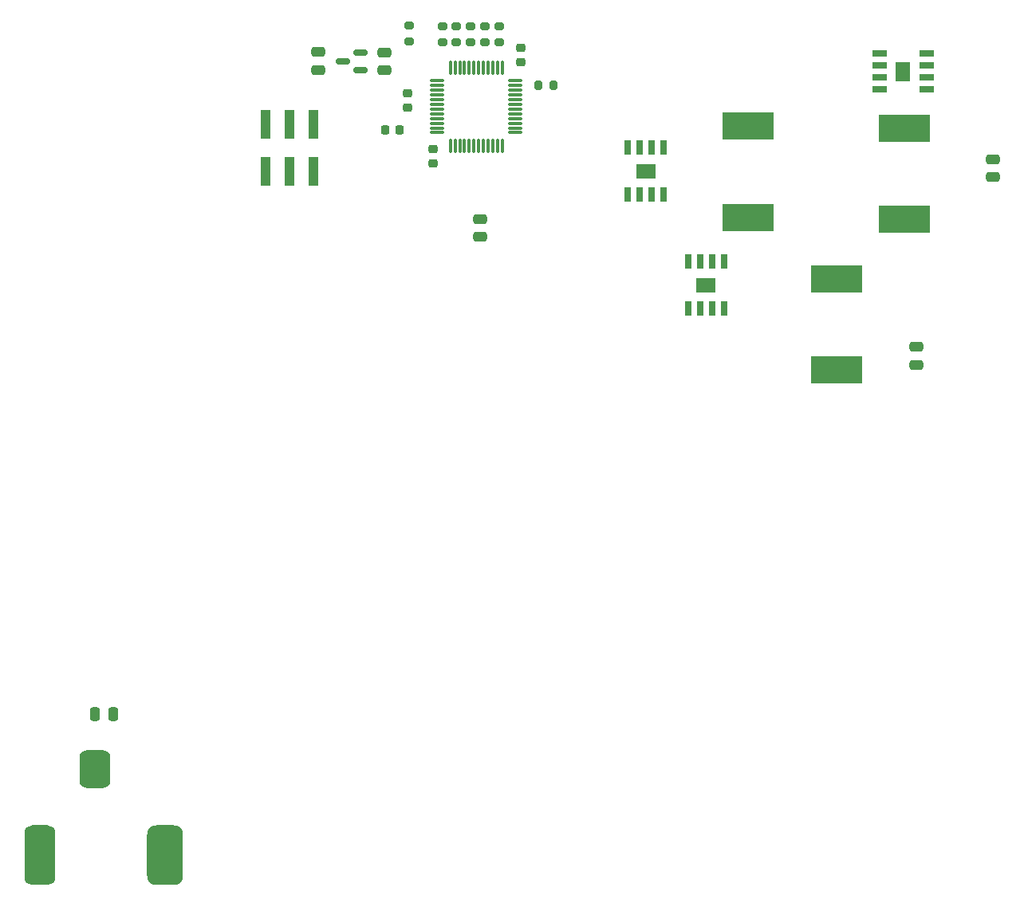
<source format=gbr>
%TF.GenerationSoftware,KiCad,Pcbnew,6.0.2+dfsg-1*%
%TF.CreationDate,2022-11-03T12:06:55-07:00*%
%TF.ProjectId,slot_track,736c6f74-5f74-4726-9163-6b2e6b696361,rev?*%
%TF.SameCoordinates,Original*%
%TF.FileFunction,Paste,Bot*%
%TF.FilePolarity,Positive*%
%FSLAX46Y46*%
G04 Gerber Fmt 4.6, Leading zero omitted, Abs format (unit mm)*
G04 Created by KiCad (PCBNEW 6.0.2+dfsg-1) date 2022-11-03 12:06:55*
%MOMM*%
%LPD*%
G01*
G04 APERTURE LIST*
G04 Aperture macros list*
%AMRoundRect*
0 Rectangle with rounded corners*
0 $1 Rounding radius*
0 $2 $3 $4 $5 $6 $7 $8 $9 X,Y pos of 4 corners*
0 Add a 4 corners polygon primitive as box body*
4,1,4,$2,$3,$4,$5,$6,$7,$8,$9,$2,$3,0*
0 Add four circle primitives for the rounded corners*
1,1,$1+$1,$2,$3*
1,1,$1+$1,$4,$5*
1,1,$1+$1,$6,$7*
1,1,$1+$1,$8,$9*
0 Add four rect primitives between the rounded corners*
20,1,$1+$1,$2,$3,$4,$5,0*
20,1,$1+$1,$4,$5,$6,$7,0*
20,1,$1+$1,$6,$7,$8,$9,0*
20,1,$1+$1,$8,$9,$2,$3,0*%
G04 Aperture macros list end*
%ADD10RoundRect,0.250000X-0.250000X-0.475000X0.250000X-0.475000X0.250000X0.475000X-0.250000X0.475000X0*%
%ADD11RoundRect,0.825000X0.825000X1.205000X-0.825000X1.205000X-0.825000X-1.205000X0.825000X-1.205000X0*%
%ADD12RoundRect,0.952500X0.952500X2.222500X-0.952500X2.222500X-0.952500X-2.222500X0.952500X-2.222500X0*%
%ADD13RoundRect,0.825000X0.825000X2.350000X-0.825000X2.350000X-0.825000X-2.350000X0.825000X-2.350000X0*%
%ADD14RoundRect,0.225000X-0.250000X0.225000X-0.250000X-0.225000X0.250000X-0.225000X0.250000X0.225000X0*%
%ADD15RoundRect,0.225000X0.250000X-0.225000X0.250000X0.225000X-0.250000X0.225000X-0.250000X-0.225000X0*%
%ADD16RoundRect,0.225000X-0.225000X-0.250000X0.225000X-0.250000X0.225000X0.250000X-0.225000X0.250000X0*%
%ADD17R,1.000000X3.150000*%
%ADD18R,0.802000X1.505000*%
%ADD19R,2.101200X1.567800*%
%ADD20R,1.505000X0.802000*%
%ADD21R,1.567800X2.101200*%
%ADD22RoundRect,0.200000X0.275000X-0.200000X0.275000X0.200000X-0.275000X0.200000X-0.275000X-0.200000X0*%
%ADD23RoundRect,0.200000X-0.200000X-0.275000X0.200000X-0.275000X0.200000X0.275000X-0.200000X0.275000X0*%
%ADD24RoundRect,0.200000X-0.275000X0.200000X-0.275000X-0.200000X0.275000X-0.200000X0.275000X0.200000X0*%
%ADD25RoundRect,0.150000X0.587500X0.150000X-0.587500X0.150000X-0.587500X-0.150000X0.587500X-0.150000X0*%
%ADD26R,5.400000X2.900000*%
%ADD27RoundRect,0.250000X-0.475000X0.250000X-0.475000X-0.250000X0.475000X-0.250000X0.475000X0.250000X0*%
%ADD28RoundRect,0.250000X0.475000X-0.250000X0.475000X0.250000X-0.475000X0.250000X-0.475000X-0.250000X0*%
%ADD29RoundRect,0.075000X-0.075000X-0.662500X0.075000X-0.662500X0.075000X0.662500X-0.075000X0.662500X0*%
%ADD30RoundRect,0.075000X-0.662500X-0.075000X0.662500X-0.075000X0.662500X0.075000X-0.662500X0.075000X0*%
G04 APERTURE END LIST*
D10*
%TO.C,C3*%
X159090000Y-196370000D03*
X160990000Y-196370000D03*
%TD*%
D11*
%TO.C,J1*%
X159072500Y-202250000D03*
D12*
X166522500Y-211390000D03*
D13*
X153222500Y-211390000D03*
%TD*%
D14*
%TO.C,C7*%
X204250000Y-125575000D03*
X204250000Y-127125000D03*
%TD*%
D15*
%TO.C,C5*%
X194950000Y-137875000D03*
X194950000Y-136325000D03*
%TD*%
%TO.C,C4*%
X192250000Y-131925000D03*
X192250000Y-130375000D03*
%TD*%
D16*
%TO.C,C1*%
X189875000Y-134300000D03*
X191425000Y-134300000D03*
%TD*%
D17*
%TO.C,J2*%
X177190000Y-133685000D03*
X177190000Y-138735000D03*
X179730000Y-133685000D03*
X179730000Y-138735000D03*
X182270000Y-133685000D03*
X182270000Y-138735000D03*
%TD*%
D18*
%TO.C,U5*%
X219455000Y-141197500D03*
X218185000Y-141197500D03*
X216915000Y-141197500D03*
X215645000Y-141197500D03*
X215645000Y-136202500D03*
X216915000Y-136202500D03*
X218185000Y-136202500D03*
X219455000Y-136202500D03*
D19*
X217550000Y-138700000D03*
%TD*%
D18*
%TO.C,U4*%
X225835000Y-153297500D03*
X224565000Y-153297500D03*
X223295000Y-153297500D03*
X222025000Y-153297500D03*
X222025000Y-148302500D03*
X223295000Y-148302500D03*
X224565000Y-148302500D03*
X225835000Y-148302500D03*
D19*
X223930000Y-150800000D03*
%TD*%
D20*
%TO.C,U3*%
X242352500Y-130025000D03*
X242352500Y-128755000D03*
X242352500Y-127485000D03*
X242352500Y-126215000D03*
X247347500Y-126215000D03*
X247347500Y-127485000D03*
X247347500Y-128755000D03*
X247347500Y-130025000D03*
D21*
X244850000Y-128120000D03*
%TD*%
D22*
%TO.C,R7*%
X197450000Y-124975000D03*
X197450000Y-123325000D03*
%TD*%
%TO.C,R6*%
X195950000Y-124975000D03*
X195950000Y-123325000D03*
%TD*%
D23*
%TO.C,R5*%
X206125000Y-129600000D03*
X207775000Y-129600000D03*
%TD*%
D22*
%TO.C,R4*%
X192400000Y-124875000D03*
X192400000Y-123225000D03*
%TD*%
D24*
%TO.C,R3*%
X201950000Y-123325000D03*
X201950000Y-124975000D03*
%TD*%
%TO.C,R2*%
X200450000Y-123325000D03*
X200450000Y-124975000D03*
%TD*%
%TO.C,R1*%
X198950000Y-123325000D03*
X198950000Y-124975000D03*
%TD*%
D25*
%TO.C,U2*%
X187237500Y-126075000D03*
X187237500Y-127975000D03*
X185362500Y-127025000D03*
%TD*%
D26*
%TO.C,L3*%
X237770000Y-150120000D03*
X237770000Y-159820000D03*
%TD*%
%TO.C,L2*%
X244955000Y-143830000D03*
X244955000Y-134130000D03*
%TD*%
%TO.C,L1*%
X228430000Y-133900000D03*
X228430000Y-143600000D03*
%TD*%
D27*
%TO.C,C10*%
X254370000Y-137400000D03*
X254370000Y-139300000D03*
%TD*%
%TO.C,C9*%
X246250000Y-157350000D03*
X246250000Y-159250000D03*
%TD*%
%TO.C,C8*%
X199970000Y-143760000D03*
X199970000Y-145660000D03*
%TD*%
D28*
%TO.C,C6*%
X189775000Y-126100000D03*
X189775000Y-128000000D03*
%TD*%
D27*
%TO.C,C2*%
X182750000Y-126050000D03*
X182750000Y-127950000D03*
%TD*%
D29*
%TO.C,U1*%
X196800000Y-136012500D03*
X197300000Y-136012500D03*
X197800000Y-136012500D03*
X198300000Y-136012500D03*
X198800000Y-136012500D03*
X199300000Y-136012500D03*
X199800000Y-136012500D03*
X200300000Y-136012500D03*
X200800000Y-136012500D03*
X201300000Y-136012500D03*
X201800000Y-136012500D03*
X202300000Y-136012500D03*
D30*
X203712500Y-134600000D03*
X203712500Y-134100000D03*
X203712500Y-133600000D03*
X203712500Y-133100000D03*
X203712500Y-132600000D03*
X203712500Y-132100000D03*
X203712500Y-131600000D03*
X203712500Y-131100000D03*
X203712500Y-130600000D03*
X203712500Y-130100000D03*
X203712500Y-129600000D03*
X203712500Y-129100000D03*
D29*
X202300000Y-127687500D03*
X201800000Y-127687500D03*
X201300000Y-127687500D03*
X200800000Y-127687500D03*
X200300000Y-127687500D03*
X199800000Y-127687500D03*
X199300000Y-127687500D03*
X198800000Y-127687500D03*
X198300000Y-127687500D03*
X197800000Y-127687500D03*
X197300000Y-127687500D03*
X196800000Y-127687500D03*
D30*
X195387500Y-129100000D03*
X195387500Y-129600000D03*
X195387500Y-130100000D03*
X195387500Y-130600000D03*
X195387500Y-131100000D03*
X195387500Y-131600000D03*
X195387500Y-132100000D03*
X195387500Y-132600000D03*
X195387500Y-133100000D03*
X195387500Y-133600000D03*
X195387500Y-134100000D03*
X195387500Y-134600000D03*
%TD*%
M02*

</source>
